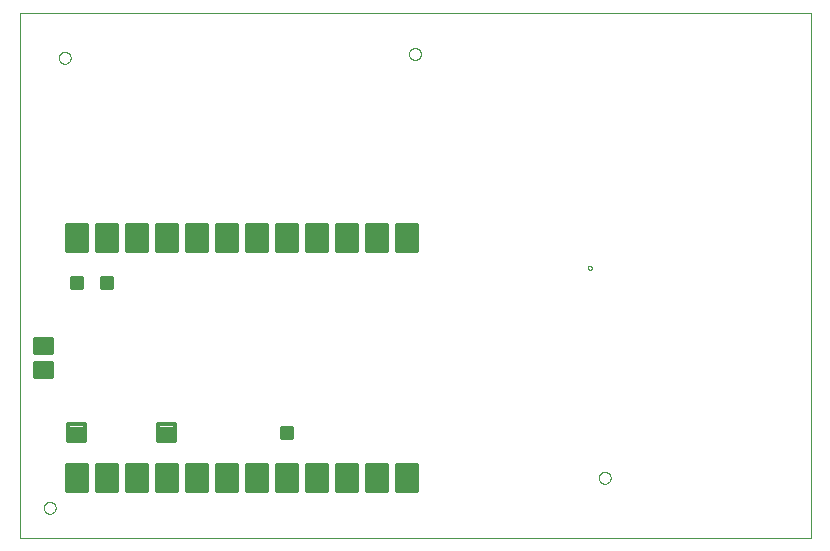
<source format=gtp>
G75*
%MOIN*%
%OFA0B0*%
%FSLAX25Y25*%
%IPPOS*%
%LPD*%
%AMOC8*
5,1,8,0,0,1.08239X$1,22.5*
%
%ADD10C,0.00000*%
%ADD11C,0.01600*%
%ADD12C,0.00900*%
%ADD13C,0.01400*%
%ADD14C,0.01200*%
D10*
X0007100Y0001000D02*
X0007100Y0175961D01*
X0270801Y0175961D01*
X0270801Y0001000D01*
X0007100Y0001000D01*
X0015131Y0011000D02*
X0015133Y0011088D01*
X0015139Y0011176D01*
X0015149Y0011264D01*
X0015163Y0011352D01*
X0015180Y0011438D01*
X0015202Y0011524D01*
X0015227Y0011608D01*
X0015257Y0011692D01*
X0015289Y0011774D01*
X0015326Y0011854D01*
X0015366Y0011933D01*
X0015410Y0012010D01*
X0015457Y0012085D01*
X0015507Y0012157D01*
X0015561Y0012228D01*
X0015617Y0012295D01*
X0015677Y0012361D01*
X0015739Y0012423D01*
X0015805Y0012483D01*
X0015872Y0012539D01*
X0015943Y0012593D01*
X0016015Y0012643D01*
X0016090Y0012690D01*
X0016167Y0012734D01*
X0016246Y0012774D01*
X0016326Y0012811D01*
X0016408Y0012843D01*
X0016492Y0012873D01*
X0016576Y0012898D01*
X0016662Y0012920D01*
X0016748Y0012937D01*
X0016836Y0012951D01*
X0016924Y0012961D01*
X0017012Y0012967D01*
X0017100Y0012969D01*
X0017188Y0012967D01*
X0017276Y0012961D01*
X0017364Y0012951D01*
X0017452Y0012937D01*
X0017538Y0012920D01*
X0017624Y0012898D01*
X0017708Y0012873D01*
X0017792Y0012843D01*
X0017874Y0012811D01*
X0017954Y0012774D01*
X0018033Y0012734D01*
X0018110Y0012690D01*
X0018185Y0012643D01*
X0018257Y0012593D01*
X0018328Y0012539D01*
X0018395Y0012483D01*
X0018461Y0012423D01*
X0018523Y0012361D01*
X0018583Y0012295D01*
X0018639Y0012228D01*
X0018693Y0012157D01*
X0018743Y0012085D01*
X0018790Y0012010D01*
X0018834Y0011933D01*
X0018874Y0011854D01*
X0018911Y0011774D01*
X0018943Y0011692D01*
X0018973Y0011608D01*
X0018998Y0011524D01*
X0019020Y0011438D01*
X0019037Y0011352D01*
X0019051Y0011264D01*
X0019061Y0011176D01*
X0019067Y0011088D01*
X0019069Y0011000D01*
X0019067Y0010912D01*
X0019061Y0010824D01*
X0019051Y0010736D01*
X0019037Y0010648D01*
X0019020Y0010562D01*
X0018998Y0010476D01*
X0018973Y0010392D01*
X0018943Y0010308D01*
X0018911Y0010226D01*
X0018874Y0010146D01*
X0018834Y0010067D01*
X0018790Y0009990D01*
X0018743Y0009915D01*
X0018693Y0009843D01*
X0018639Y0009772D01*
X0018583Y0009705D01*
X0018523Y0009639D01*
X0018461Y0009577D01*
X0018395Y0009517D01*
X0018328Y0009461D01*
X0018257Y0009407D01*
X0018185Y0009357D01*
X0018110Y0009310D01*
X0018033Y0009266D01*
X0017954Y0009226D01*
X0017874Y0009189D01*
X0017792Y0009157D01*
X0017708Y0009127D01*
X0017624Y0009102D01*
X0017538Y0009080D01*
X0017452Y0009063D01*
X0017364Y0009049D01*
X0017276Y0009039D01*
X0017188Y0009033D01*
X0017100Y0009031D01*
X0017012Y0009033D01*
X0016924Y0009039D01*
X0016836Y0009049D01*
X0016748Y0009063D01*
X0016662Y0009080D01*
X0016576Y0009102D01*
X0016492Y0009127D01*
X0016408Y0009157D01*
X0016326Y0009189D01*
X0016246Y0009226D01*
X0016167Y0009266D01*
X0016090Y0009310D01*
X0016015Y0009357D01*
X0015943Y0009407D01*
X0015872Y0009461D01*
X0015805Y0009517D01*
X0015739Y0009577D01*
X0015677Y0009639D01*
X0015617Y0009705D01*
X0015561Y0009772D01*
X0015507Y0009843D01*
X0015457Y0009915D01*
X0015410Y0009990D01*
X0015366Y0010067D01*
X0015326Y0010146D01*
X0015289Y0010226D01*
X0015257Y0010308D01*
X0015227Y0010392D01*
X0015202Y0010476D01*
X0015180Y0010562D01*
X0015163Y0010648D01*
X0015149Y0010736D01*
X0015139Y0010824D01*
X0015133Y0010912D01*
X0015131Y0011000D01*
X0196411Y0091000D02*
X0196413Y0091052D01*
X0196419Y0091104D01*
X0196429Y0091155D01*
X0196442Y0091205D01*
X0196460Y0091255D01*
X0196481Y0091302D01*
X0196505Y0091348D01*
X0196534Y0091392D01*
X0196565Y0091434D01*
X0196599Y0091473D01*
X0196636Y0091510D01*
X0196676Y0091543D01*
X0196719Y0091574D01*
X0196763Y0091601D01*
X0196809Y0091625D01*
X0196858Y0091645D01*
X0196907Y0091661D01*
X0196958Y0091674D01*
X0197009Y0091683D01*
X0197061Y0091688D01*
X0197113Y0091689D01*
X0197165Y0091686D01*
X0197217Y0091679D01*
X0197268Y0091668D01*
X0197318Y0091654D01*
X0197367Y0091635D01*
X0197414Y0091613D01*
X0197459Y0091588D01*
X0197503Y0091559D01*
X0197544Y0091527D01*
X0197583Y0091492D01*
X0197618Y0091454D01*
X0197651Y0091413D01*
X0197681Y0091371D01*
X0197707Y0091326D01*
X0197730Y0091279D01*
X0197749Y0091230D01*
X0197765Y0091180D01*
X0197777Y0091130D01*
X0197785Y0091078D01*
X0197789Y0091026D01*
X0197789Y0090974D01*
X0197785Y0090922D01*
X0197777Y0090870D01*
X0197765Y0090820D01*
X0197749Y0090770D01*
X0197730Y0090721D01*
X0197707Y0090674D01*
X0197681Y0090629D01*
X0197651Y0090587D01*
X0197618Y0090546D01*
X0197583Y0090508D01*
X0197544Y0090473D01*
X0197503Y0090441D01*
X0197459Y0090412D01*
X0197414Y0090387D01*
X0197367Y0090365D01*
X0197318Y0090346D01*
X0197268Y0090332D01*
X0197217Y0090321D01*
X0197165Y0090314D01*
X0197113Y0090311D01*
X0197061Y0090312D01*
X0197009Y0090317D01*
X0196958Y0090326D01*
X0196907Y0090339D01*
X0196858Y0090355D01*
X0196809Y0090375D01*
X0196763Y0090399D01*
X0196719Y0090426D01*
X0196676Y0090457D01*
X0196636Y0090490D01*
X0196599Y0090527D01*
X0196565Y0090566D01*
X0196534Y0090608D01*
X0196505Y0090652D01*
X0196481Y0090698D01*
X0196460Y0090745D01*
X0196442Y0090795D01*
X0196429Y0090845D01*
X0196419Y0090896D01*
X0196413Y0090948D01*
X0196411Y0091000D01*
X0200131Y0021000D02*
X0200133Y0021088D01*
X0200139Y0021176D01*
X0200149Y0021264D01*
X0200163Y0021352D01*
X0200180Y0021438D01*
X0200202Y0021524D01*
X0200227Y0021608D01*
X0200257Y0021692D01*
X0200289Y0021774D01*
X0200326Y0021854D01*
X0200366Y0021933D01*
X0200410Y0022010D01*
X0200457Y0022085D01*
X0200507Y0022157D01*
X0200561Y0022228D01*
X0200617Y0022295D01*
X0200677Y0022361D01*
X0200739Y0022423D01*
X0200805Y0022483D01*
X0200872Y0022539D01*
X0200943Y0022593D01*
X0201015Y0022643D01*
X0201090Y0022690D01*
X0201167Y0022734D01*
X0201246Y0022774D01*
X0201326Y0022811D01*
X0201408Y0022843D01*
X0201492Y0022873D01*
X0201576Y0022898D01*
X0201662Y0022920D01*
X0201748Y0022937D01*
X0201836Y0022951D01*
X0201924Y0022961D01*
X0202012Y0022967D01*
X0202100Y0022969D01*
X0202188Y0022967D01*
X0202276Y0022961D01*
X0202364Y0022951D01*
X0202452Y0022937D01*
X0202538Y0022920D01*
X0202624Y0022898D01*
X0202708Y0022873D01*
X0202792Y0022843D01*
X0202874Y0022811D01*
X0202954Y0022774D01*
X0203033Y0022734D01*
X0203110Y0022690D01*
X0203185Y0022643D01*
X0203257Y0022593D01*
X0203328Y0022539D01*
X0203395Y0022483D01*
X0203461Y0022423D01*
X0203523Y0022361D01*
X0203583Y0022295D01*
X0203639Y0022228D01*
X0203693Y0022157D01*
X0203743Y0022085D01*
X0203790Y0022010D01*
X0203834Y0021933D01*
X0203874Y0021854D01*
X0203911Y0021774D01*
X0203943Y0021692D01*
X0203973Y0021608D01*
X0203998Y0021524D01*
X0204020Y0021438D01*
X0204037Y0021352D01*
X0204051Y0021264D01*
X0204061Y0021176D01*
X0204067Y0021088D01*
X0204069Y0021000D01*
X0204067Y0020912D01*
X0204061Y0020824D01*
X0204051Y0020736D01*
X0204037Y0020648D01*
X0204020Y0020562D01*
X0203998Y0020476D01*
X0203973Y0020392D01*
X0203943Y0020308D01*
X0203911Y0020226D01*
X0203874Y0020146D01*
X0203834Y0020067D01*
X0203790Y0019990D01*
X0203743Y0019915D01*
X0203693Y0019843D01*
X0203639Y0019772D01*
X0203583Y0019705D01*
X0203523Y0019639D01*
X0203461Y0019577D01*
X0203395Y0019517D01*
X0203328Y0019461D01*
X0203257Y0019407D01*
X0203185Y0019357D01*
X0203110Y0019310D01*
X0203033Y0019266D01*
X0202954Y0019226D01*
X0202874Y0019189D01*
X0202792Y0019157D01*
X0202708Y0019127D01*
X0202624Y0019102D01*
X0202538Y0019080D01*
X0202452Y0019063D01*
X0202364Y0019049D01*
X0202276Y0019039D01*
X0202188Y0019033D01*
X0202100Y0019031D01*
X0202012Y0019033D01*
X0201924Y0019039D01*
X0201836Y0019049D01*
X0201748Y0019063D01*
X0201662Y0019080D01*
X0201576Y0019102D01*
X0201492Y0019127D01*
X0201408Y0019157D01*
X0201326Y0019189D01*
X0201246Y0019226D01*
X0201167Y0019266D01*
X0201090Y0019310D01*
X0201015Y0019357D01*
X0200943Y0019407D01*
X0200872Y0019461D01*
X0200805Y0019517D01*
X0200739Y0019577D01*
X0200677Y0019639D01*
X0200617Y0019705D01*
X0200561Y0019772D01*
X0200507Y0019843D01*
X0200457Y0019915D01*
X0200410Y0019990D01*
X0200366Y0020067D01*
X0200326Y0020146D01*
X0200289Y0020226D01*
X0200257Y0020308D01*
X0200227Y0020392D01*
X0200202Y0020476D01*
X0200180Y0020562D01*
X0200163Y0020648D01*
X0200149Y0020736D01*
X0200139Y0020824D01*
X0200133Y0020912D01*
X0200131Y0021000D01*
X0020131Y0161000D02*
X0020133Y0161088D01*
X0020139Y0161176D01*
X0020149Y0161264D01*
X0020163Y0161352D01*
X0020180Y0161438D01*
X0020202Y0161524D01*
X0020227Y0161608D01*
X0020257Y0161692D01*
X0020289Y0161774D01*
X0020326Y0161854D01*
X0020366Y0161933D01*
X0020410Y0162010D01*
X0020457Y0162085D01*
X0020507Y0162157D01*
X0020561Y0162228D01*
X0020617Y0162295D01*
X0020677Y0162361D01*
X0020739Y0162423D01*
X0020805Y0162483D01*
X0020872Y0162539D01*
X0020943Y0162593D01*
X0021015Y0162643D01*
X0021090Y0162690D01*
X0021167Y0162734D01*
X0021246Y0162774D01*
X0021326Y0162811D01*
X0021408Y0162843D01*
X0021492Y0162873D01*
X0021576Y0162898D01*
X0021662Y0162920D01*
X0021748Y0162937D01*
X0021836Y0162951D01*
X0021924Y0162961D01*
X0022012Y0162967D01*
X0022100Y0162969D01*
X0022188Y0162967D01*
X0022276Y0162961D01*
X0022364Y0162951D01*
X0022452Y0162937D01*
X0022538Y0162920D01*
X0022624Y0162898D01*
X0022708Y0162873D01*
X0022792Y0162843D01*
X0022874Y0162811D01*
X0022954Y0162774D01*
X0023033Y0162734D01*
X0023110Y0162690D01*
X0023185Y0162643D01*
X0023257Y0162593D01*
X0023328Y0162539D01*
X0023395Y0162483D01*
X0023461Y0162423D01*
X0023523Y0162361D01*
X0023583Y0162295D01*
X0023639Y0162228D01*
X0023693Y0162157D01*
X0023743Y0162085D01*
X0023790Y0162010D01*
X0023834Y0161933D01*
X0023874Y0161854D01*
X0023911Y0161774D01*
X0023943Y0161692D01*
X0023973Y0161608D01*
X0023998Y0161524D01*
X0024020Y0161438D01*
X0024037Y0161352D01*
X0024051Y0161264D01*
X0024061Y0161176D01*
X0024067Y0161088D01*
X0024069Y0161000D01*
X0024067Y0160912D01*
X0024061Y0160824D01*
X0024051Y0160736D01*
X0024037Y0160648D01*
X0024020Y0160562D01*
X0023998Y0160476D01*
X0023973Y0160392D01*
X0023943Y0160308D01*
X0023911Y0160226D01*
X0023874Y0160146D01*
X0023834Y0160067D01*
X0023790Y0159990D01*
X0023743Y0159915D01*
X0023693Y0159843D01*
X0023639Y0159772D01*
X0023583Y0159705D01*
X0023523Y0159639D01*
X0023461Y0159577D01*
X0023395Y0159517D01*
X0023328Y0159461D01*
X0023257Y0159407D01*
X0023185Y0159357D01*
X0023110Y0159310D01*
X0023033Y0159266D01*
X0022954Y0159226D01*
X0022874Y0159189D01*
X0022792Y0159157D01*
X0022708Y0159127D01*
X0022624Y0159102D01*
X0022538Y0159080D01*
X0022452Y0159063D01*
X0022364Y0159049D01*
X0022276Y0159039D01*
X0022188Y0159033D01*
X0022100Y0159031D01*
X0022012Y0159033D01*
X0021924Y0159039D01*
X0021836Y0159049D01*
X0021748Y0159063D01*
X0021662Y0159080D01*
X0021576Y0159102D01*
X0021492Y0159127D01*
X0021408Y0159157D01*
X0021326Y0159189D01*
X0021246Y0159226D01*
X0021167Y0159266D01*
X0021090Y0159310D01*
X0021015Y0159357D01*
X0020943Y0159407D01*
X0020872Y0159461D01*
X0020805Y0159517D01*
X0020739Y0159577D01*
X0020677Y0159639D01*
X0020617Y0159705D01*
X0020561Y0159772D01*
X0020507Y0159843D01*
X0020457Y0159915D01*
X0020410Y0159990D01*
X0020366Y0160067D01*
X0020326Y0160146D01*
X0020289Y0160226D01*
X0020257Y0160308D01*
X0020227Y0160392D01*
X0020202Y0160476D01*
X0020180Y0160562D01*
X0020163Y0160648D01*
X0020149Y0160736D01*
X0020139Y0160824D01*
X0020133Y0160912D01*
X0020131Y0161000D01*
X0136831Y0162300D02*
X0136833Y0162388D01*
X0136839Y0162476D01*
X0136849Y0162564D01*
X0136863Y0162652D01*
X0136880Y0162738D01*
X0136902Y0162824D01*
X0136927Y0162908D01*
X0136957Y0162992D01*
X0136989Y0163074D01*
X0137026Y0163154D01*
X0137066Y0163233D01*
X0137110Y0163310D01*
X0137157Y0163385D01*
X0137207Y0163457D01*
X0137261Y0163528D01*
X0137317Y0163595D01*
X0137377Y0163661D01*
X0137439Y0163723D01*
X0137505Y0163783D01*
X0137572Y0163839D01*
X0137643Y0163893D01*
X0137715Y0163943D01*
X0137790Y0163990D01*
X0137867Y0164034D01*
X0137946Y0164074D01*
X0138026Y0164111D01*
X0138108Y0164143D01*
X0138192Y0164173D01*
X0138276Y0164198D01*
X0138362Y0164220D01*
X0138448Y0164237D01*
X0138536Y0164251D01*
X0138624Y0164261D01*
X0138712Y0164267D01*
X0138800Y0164269D01*
X0138888Y0164267D01*
X0138976Y0164261D01*
X0139064Y0164251D01*
X0139152Y0164237D01*
X0139238Y0164220D01*
X0139324Y0164198D01*
X0139408Y0164173D01*
X0139492Y0164143D01*
X0139574Y0164111D01*
X0139654Y0164074D01*
X0139733Y0164034D01*
X0139810Y0163990D01*
X0139885Y0163943D01*
X0139957Y0163893D01*
X0140028Y0163839D01*
X0140095Y0163783D01*
X0140161Y0163723D01*
X0140223Y0163661D01*
X0140283Y0163595D01*
X0140339Y0163528D01*
X0140393Y0163457D01*
X0140443Y0163385D01*
X0140490Y0163310D01*
X0140534Y0163233D01*
X0140574Y0163154D01*
X0140611Y0163074D01*
X0140643Y0162992D01*
X0140673Y0162908D01*
X0140698Y0162824D01*
X0140720Y0162738D01*
X0140737Y0162652D01*
X0140751Y0162564D01*
X0140761Y0162476D01*
X0140767Y0162388D01*
X0140769Y0162300D01*
X0140767Y0162212D01*
X0140761Y0162124D01*
X0140751Y0162036D01*
X0140737Y0161948D01*
X0140720Y0161862D01*
X0140698Y0161776D01*
X0140673Y0161692D01*
X0140643Y0161608D01*
X0140611Y0161526D01*
X0140574Y0161446D01*
X0140534Y0161367D01*
X0140490Y0161290D01*
X0140443Y0161215D01*
X0140393Y0161143D01*
X0140339Y0161072D01*
X0140283Y0161005D01*
X0140223Y0160939D01*
X0140161Y0160877D01*
X0140095Y0160817D01*
X0140028Y0160761D01*
X0139957Y0160707D01*
X0139885Y0160657D01*
X0139810Y0160610D01*
X0139733Y0160566D01*
X0139654Y0160526D01*
X0139574Y0160489D01*
X0139492Y0160457D01*
X0139408Y0160427D01*
X0139324Y0160402D01*
X0139238Y0160380D01*
X0139152Y0160363D01*
X0139064Y0160349D01*
X0138976Y0160339D01*
X0138888Y0160333D01*
X0138800Y0160331D01*
X0138712Y0160333D01*
X0138624Y0160339D01*
X0138536Y0160349D01*
X0138448Y0160363D01*
X0138362Y0160380D01*
X0138276Y0160402D01*
X0138192Y0160427D01*
X0138108Y0160457D01*
X0138026Y0160489D01*
X0137946Y0160526D01*
X0137867Y0160566D01*
X0137790Y0160610D01*
X0137715Y0160657D01*
X0137643Y0160707D01*
X0137572Y0160761D01*
X0137505Y0160817D01*
X0137439Y0160877D01*
X0137377Y0160939D01*
X0137317Y0161005D01*
X0137261Y0161072D01*
X0137207Y0161143D01*
X0137157Y0161215D01*
X0137110Y0161290D01*
X0137066Y0161367D01*
X0137026Y0161446D01*
X0136989Y0161526D01*
X0136957Y0161608D01*
X0136927Y0161692D01*
X0136902Y0161776D01*
X0136880Y0161862D01*
X0136863Y0161948D01*
X0136849Y0162036D01*
X0136839Y0162124D01*
X0136833Y0162212D01*
X0136831Y0162300D01*
D11*
X0139300Y0105200D02*
X0139300Y0096800D01*
X0132900Y0096800D01*
X0132900Y0105200D01*
X0139300Y0105200D01*
X0139300Y0098399D02*
X0132900Y0098399D01*
X0132900Y0099998D02*
X0139300Y0099998D01*
X0139300Y0101597D02*
X0132900Y0101597D01*
X0132900Y0103196D02*
X0139300Y0103196D01*
X0139300Y0104795D02*
X0132900Y0104795D01*
X0129300Y0105200D02*
X0129300Y0096800D01*
X0122900Y0096800D01*
X0122900Y0105200D01*
X0129300Y0105200D01*
X0129300Y0098399D02*
X0122900Y0098399D01*
X0122900Y0099998D02*
X0129300Y0099998D01*
X0129300Y0101597D02*
X0122900Y0101597D01*
X0122900Y0103196D02*
X0129300Y0103196D01*
X0129300Y0104795D02*
X0122900Y0104795D01*
X0119300Y0105200D02*
X0119300Y0096800D01*
X0112900Y0096800D01*
X0112900Y0105200D01*
X0119300Y0105200D01*
X0119300Y0098399D02*
X0112900Y0098399D01*
X0112900Y0099998D02*
X0119300Y0099998D01*
X0119300Y0101597D02*
X0112900Y0101597D01*
X0112900Y0103196D02*
X0119300Y0103196D01*
X0119300Y0104795D02*
X0112900Y0104795D01*
X0109300Y0105200D02*
X0109300Y0096800D01*
X0102900Y0096800D01*
X0102900Y0105200D01*
X0109300Y0105200D01*
X0109300Y0098399D02*
X0102900Y0098399D01*
X0102900Y0099998D02*
X0109300Y0099998D01*
X0109300Y0101597D02*
X0102900Y0101597D01*
X0102900Y0103196D02*
X0109300Y0103196D01*
X0109300Y0104795D02*
X0102900Y0104795D01*
X0099300Y0105200D02*
X0099300Y0096800D01*
X0092900Y0096800D01*
X0092900Y0105200D01*
X0099300Y0105200D01*
X0099300Y0098399D02*
X0092900Y0098399D01*
X0092900Y0099998D02*
X0099300Y0099998D01*
X0099300Y0101597D02*
X0092900Y0101597D01*
X0092900Y0103196D02*
X0099300Y0103196D01*
X0099300Y0104795D02*
X0092900Y0104795D01*
X0089300Y0105200D02*
X0089300Y0096800D01*
X0082900Y0096800D01*
X0082900Y0105200D01*
X0089300Y0105200D01*
X0089300Y0098399D02*
X0082900Y0098399D01*
X0082900Y0099998D02*
X0089300Y0099998D01*
X0089300Y0101597D02*
X0082900Y0101597D01*
X0082900Y0103196D02*
X0089300Y0103196D01*
X0089300Y0104795D02*
X0082900Y0104795D01*
X0079300Y0105200D02*
X0079300Y0096800D01*
X0072900Y0096800D01*
X0072900Y0105200D01*
X0079300Y0105200D01*
X0079300Y0098399D02*
X0072900Y0098399D01*
X0072900Y0099998D02*
X0079300Y0099998D01*
X0079300Y0101597D02*
X0072900Y0101597D01*
X0072900Y0103196D02*
X0079300Y0103196D01*
X0079300Y0104795D02*
X0072900Y0104795D01*
X0069300Y0105200D02*
X0069300Y0096800D01*
X0062900Y0096800D01*
X0062900Y0105200D01*
X0069300Y0105200D01*
X0069300Y0098399D02*
X0062900Y0098399D01*
X0062900Y0099998D02*
X0069300Y0099998D01*
X0069300Y0101597D02*
X0062900Y0101597D01*
X0062900Y0103196D02*
X0069300Y0103196D01*
X0069300Y0104795D02*
X0062900Y0104795D01*
X0059300Y0105200D02*
X0059300Y0096800D01*
X0052900Y0096800D01*
X0052900Y0105200D01*
X0059300Y0105200D01*
X0059300Y0098399D02*
X0052900Y0098399D01*
X0052900Y0099998D02*
X0059300Y0099998D01*
X0059300Y0101597D02*
X0052900Y0101597D01*
X0052900Y0103196D02*
X0059300Y0103196D01*
X0059300Y0104795D02*
X0052900Y0104795D01*
X0049300Y0105200D02*
X0049300Y0096800D01*
X0042900Y0096800D01*
X0042900Y0105200D01*
X0049300Y0105200D01*
X0049300Y0098399D02*
X0042900Y0098399D01*
X0042900Y0099998D02*
X0049300Y0099998D01*
X0049300Y0101597D02*
X0042900Y0101597D01*
X0042900Y0103196D02*
X0049300Y0103196D01*
X0049300Y0104795D02*
X0042900Y0104795D01*
X0039300Y0105200D02*
X0039300Y0096800D01*
X0032900Y0096800D01*
X0032900Y0105200D01*
X0039300Y0105200D01*
X0039300Y0098399D02*
X0032900Y0098399D01*
X0032900Y0099998D02*
X0039300Y0099998D01*
X0039300Y0101597D02*
X0032900Y0101597D01*
X0032900Y0103196D02*
X0039300Y0103196D01*
X0039300Y0104795D02*
X0032900Y0104795D01*
X0029300Y0105200D02*
X0029300Y0096800D01*
X0022900Y0096800D01*
X0022900Y0105200D01*
X0029300Y0105200D01*
X0029300Y0098399D02*
X0022900Y0098399D01*
X0022900Y0099998D02*
X0029300Y0099998D01*
X0029300Y0101597D02*
X0022900Y0101597D01*
X0022900Y0103196D02*
X0029300Y0103196D01*
X0029300Y0104795D02*
X0022900Y0104795D01*
X0029300Y0025200D02*
X0029300Y0016800D01*
X0022900Y0016800D01*
X0022900Y0025200D01*
X0029300Y0025200D01*
X0029300Y0018399D02*
X0022900Y0018399D01*
X0022900Y0019998D02*
X0029300Y0019998D01*
X0029300Y0021597D02*
X0022900Y0021597D01*
X0022900Y0023196D02*
X0029300Y0023196D01*
X0029300Y0024795D02*
X0022900Y0024795D01*
X0039300Y0025200D02*
X0039300Y0016800D01*
X0032900Y0016800D01*
X0032900Y0025200D01*
X0039300Y0025200D01*
X0039300Y0018399D02*
X0032900Y0018399D01*
X0032900Y0019998D02*
X0039300Y0019998D01*
X0039300Y0021597D02*
X0032900Y0021597D01*
X0032900Y0023196D02*
X0039300Y0023196D01*
X0039300Y0024795D02*
X0032900Y0024795D01*
X0049300Y0025200D02*
X0049300Y0016800D01*
X0042900Y0016800D01*
X0042900Y0025200D01*
X0049300Y0025200D01*
X0049300Y0018399D02*
X0042900Y0018399D01*
X0042900Y0019998D02*
X0049300Y0019998D01*
X0049300Y0021597D02*
X0042900Y0021597D01*
X0042900Y0023196D02*
X0049300Y0023196D01*
X0049300Y0024795D02*
X0042900Y0024795D01*
X0059300Y0025200D02*
X0059300Y0016800D01*
X0052900Y0016800D01*
X0052900Y0025200D01*
X0059300Y0025200D01*
X0059300Y0018399D02*
X0052900Y0018399D01*
X0052900Y0019998D02*
X0059300Y0019998D01*
X0059300Y0021597D02*
X0052900Y0021597D01*
X0052900Y0023196D02*
X0059300Y0023196D01*
X0059300Y0024795D02*
X0052900Y0024795D01*
X0069300Y0025200D02*
X0069300Y0016800D01*
X0062900Y0016800D01*
X0062900Y0025200D01*
X0069300Y0025200D01*
X0069300Y0018399D02*
X0062900Y0018399D01*
X0062900Y0019998D02*
X0069300Y0019998D01*
X0069300Y0021597D02*
X0062900Y0021597D01*
X0062900Y0023196D02*
X0069300Y0023196D01*
X0069300Y0024795D02*
X0062900Y0024795D01*
X0079300Y0025200D02*
X0079300Y0016800D01*
X0072900Y0016800D01*
X0072900Y0025200D01*
X0079300Y0025200D01*
X0079300Y0018399D02*
X0072900Y0018399D01*
X0072900Y0019998D02*
X0079300Y0019998D01*
X0079300Y0021597D02*
X0072900Y0021597D01*
X0072900Y0023196D02*
X0079300Y0023196D01*
X0079300Y0024795D02*
X0072900Y0024795D01*
X0089300Y0025200D02*
X0089300Y0016800D01*
X0082900Y0016800D01*
X0082900Y0025200D01*
X0089300Y0025200D01*
X0089300Y0018399D02*
X0082900Y0018399D01*
X0082900Y0019998D02*
X0089300Y0019998D01*
X0089300Y0021597D02*
X0082900Y0021597D01*
X0082900Y0023196D02*
X0089300Y0023196D01*
X0089300Y0024795D02*
X0082900Y0024795D01*
X0099300Y0025200D02*
X0099300Y0016800D01*
X0092900Y0016800D01*
X0092900Y0025200D01*
X0099300Y0025200D01*
X0099300Y0018399D02*
X0092900Y0018399D01*
X0092900Y0019998D02*
X0099300Y0019998D01*
X0099300Y0021597D02*
X0092900Y0021597D01*
X0092900Y0023196D02*
X0099300Y0023196D01*
X0099300Y0024795D02*
X0092900Y0024795D01*
X0109300Y0025200D02*
X0109300Y0016800D01*
X0102900Y0016800D01*
X0102900Y0025200D01*
X0109300Y0025200D01*
X0109300Y0018399D02*
X0102900Y0018399D01*
X0102900Y0019998D02*
X0109300Y0019998D01*
X0109300Y0021597D02*
X0102900Y0021597D01*
X0102900Y0023196D02*
X0109300Y0023196D01*
X0109300Y0024795D02*
X0102900Y0024795D01*
X0119300Y0025200D02*
X0119300Y0016800D01*
X0112900Y0016800D01*
X0112900Y0025200D01*
X0119300Y0025200D01*
X0119300Y0018399D02*
X0112900Y0018399D01*
X0112900Y0019998D02*
X0119300Y0019998D01*
X0119300Y0021597D02*
X0112900Y0021597D01*
X0112900Y0023196D02*
X0119300Y0023196D01*
X0119300Y0024795D02*
X0112900Y0024795D01*
X0129300Y0025200D02*
X0129300Y0016800D01*
X0122900Y0016800D01*
X0122900Y0025200D01*
X0129300Y0025200D01*
X0129300Y0018399D02*
X0122900Y0018399D01*
X0122900Y0019998D02*
X0129300Y0019998D01*
X0129300Y0021597D02*
X0122900Y0021597D01*
X0122900Y0023196D02*
X0129300Y0023196D01*
X0129300Y0024795D02*
X0122900Y0024795D01*
X0139300Y0025200D02*
X0139300Y0016800D01*
X0132900Y0016800D01*
X0132900Y0025200D01*
X0139300Y0025200D01*
X0139300Y0018399D02*
X0132900Y0018399D01*
X0132900Y0019998D02*
X0139300Y0019998D01*
X0139300Y0021597D02*
X0132900Y0021597D01*
X0132900Y0023196D02*
X0139300Y0023196D01*
X0139300Y0024795D02*
X0132900Y0024795D01*
D12*
X0097900Y0034200D02*
X0097900Y0037800D01*
X0097900Y0034200D02*
X0094300Y0034200D01*
X0094300Y0037800D01*
X0097900Y0037800D01*
X0097900Y0035099D02*
X0094300Y0035099D01*
X0094300Y0035998D02*
X0097900Y0035998D01*
X0097900Y0036897D02*
X0094300Y0036897D01*
X0094300Y0037796D02*
X0097900Y0037796D01*
X0037900Y0084200D02*
X0037900Y0087800D01*
X0037900Y0084200D02*
X0034300Y0084200D01*
X0034300Y0087800D01*
X0037900Y0087800D01*
X0037900Y0085099D02*
X0034300Y0085099D01*
X0034300Y0085998D02*
X0037900Y0085998D01*
X0037900Y0086897D02*
X0034300Y0086897D01*
X0034300Y0087796D02*
X0037900Y0087796D01*
X0027900Y0087800D02*
X0027900Y0084200D01*
X0024300Y0084200D01*
X0024300Y0087800D01*
X0027900Y0087800D01*
X0027900Y0085099D02*
X0024300Y0085099D01*
X0024300Y0085998D02*
X0027900Y0085998D01*
X0027900Y0086897D02*
X0024300Y0086897D01*
X0024300Y0087796D02*
X0027900Y0087796D01*
D13*
X0028900Y0038800D02*
X0028900Y0033200D01*
X0023300Y0033200D01*
X0023300Y0038800D01*
X0028900Y0038800D01*
X0028900Y0034599D02*
X0023300Y0034599D01*
X0023300Y0035998D02*
X0028900Y0035998D01*
X0028900Y0037397D02*
X0023300Y0037397D01*
X0023300Y0038796D02*
X0028900Y0038796D01*
X0058900Y0038800D02*
X0058900Y0033200D01*
X0053300Y0033200D01*
X0053300Y0038800D01*
X0058900Y0038800D01*
X0058900Y0034599D02*
X0053300Y0034599D01*
X0053300Y0035998D02*
X0058900Y0035998D01*
X0058900Y0037397D02*
X0053300Y0037397D01*
X0053300Y0038796D02*
X0058900Y0038796D01*
D14*
X0018000Y0054600D02*
X0018000Y0059400D01*
X0018000Y0054600D02*
X0012200Y0054600D01*
X0012200Y0059400D01*
X0018000Y0059400D01*
X0018000Y0055799D02*
X0012200Y0055799D01*
X0012200Y0056998D02*
X0018000Y0056998D01*
X0018000Y0058197D02*
X0012200Y0058197D01*
X0012200Y0059396D02*
X0018000Y0059396D01*
X0018000Y0062600D02*
X0018000Y0067400D01*
X0018000Y0062600D02*
X0012200Y0062600D01*
X0012200Y0067400D01*
X0018000Y0067400D01*
X0018000Y0063799D02*
X0012200Y0063799D01*
X0012200Y0064998D02*
X0018000Y0064998D01*
X0018000Y0066197D02*
X0012200Y0066197D01*
X0012200Y0067396D02*
X0018000Y0067396D01*
M02*

</source>
